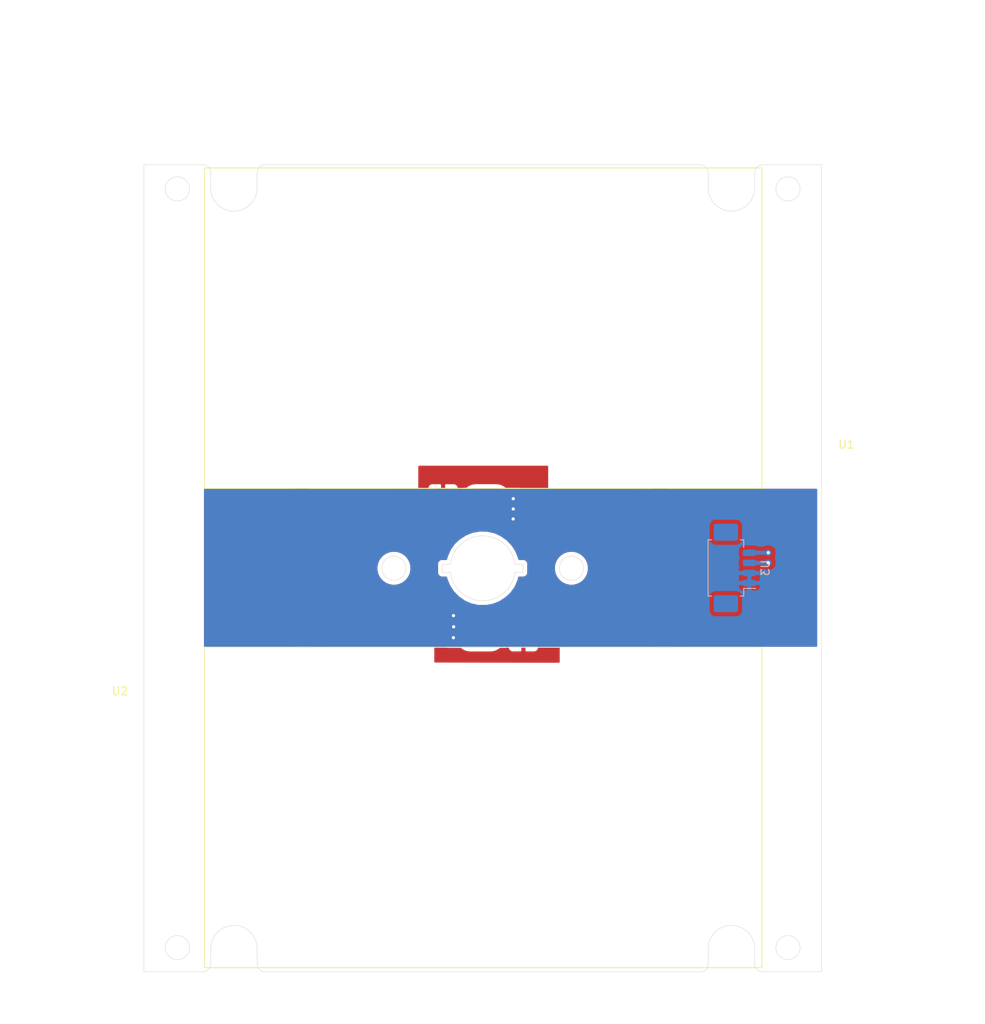
<source format=kicad_pcb>
(kicad_pcb (version 20171130) (host pcbnew "(5.1.9-0-10_14)")

  (general
    (thickness 1.6)
    (drawings 64)
    (tracks 24)
    (zones 0)
    (modules 3)
    (nets 3)
  )

  (page A4)
  (title_block
    (title "OwlSat Solar Panel (X/Y no RBF)")
    (date 2021-08-12)
    (rev 4)
    (company "SEDS Rice")
    (comment 1 "See \"OwlSat Solar Panel (X/Y with RBF)\" for PCB with RBF pin.")
    (comment 2 "See \"OwlSat Solar Panel (Z) for Z-face PCB.")
  )

  (layers
    (0 F.Cu signal)
    (31 B.Cu signal)
    (32 B.Adhes user)
    (33 F.Adhes user)
    (34 B.Paste user)
    (35 F.Paste user)
    (36 B.SilkS user)
    (37 F.SilkS user)
    (38 B.Mask user)
    (39 F.Mask user)
    (40 Dwgs.User user)
    (41 Cmts.User user)
    (42 Eco1.User user)
    (43 Eco2.User user)
    (44 Edge.Cuts user)
    (45 Margin user)
    (46 B.CrtYd user)
    (47 F.CrtYd user)
    (48 B.Fab user)
    (49 F.Fab user)
  )

  (setup
    (last_trace_width 0.25)
    (user_trace_width 0.5)
    (trace_clearance 0.2)
    (zone_clearance 0.508)
    (zone_45_only no)
    (trace_min 0.2)
    (via_size 0.8)
    (via_drill 0.4)
    (via_min_size 0.4)
    (via_min_drill 0.3)
    (uvia_size 0.3)
    (uvia_drill 0.1)
    (uvias_allowed no)
    (uvia_min_size 0.2)
    (uvia_min_drill 0.1)
    (edge_width 0.05)
    (segment_width 0.2)
    (pcb_text_width 0.3)
    (pcb_text_size 1.5 1.5)
    (mod_edge_width 0.12)
    (mod_text_size 1 1)
    (mod_text_width 0.15)
    (pad_size 1.524 1.524)
    (pad_drill 0.762)
    (pad_to_mask_clearance 0)
    (aux_axis_origin 0 0)
    (visible_elements FFFFFF7F)
    (pcbplotparams
      (layerselection 0x010fc_ffffffff)
      (usegerberextensions true)
      (usegerberattributes true)
      (usegerberadvancedattributes true)
      (creategerberjobfile true)
      (excludeedgelayer true)
      (linewidth 0.100000)
      (plotframeref false)
      (viasonmask false)
      (mode 1)
      (useauxorigin false)
      (hpglpennumber 1)
      (hpglpenspeed 20)
      (hpglpendiameter 15.000000)
      (psnegative false)
      (psa4output false)
      (plotreference true)
      (plotvalue true)
      (plotinvisibletext false)
      (padsonsilk false)
      (subtractmaskfromsilk false)
      (outputformat 1)
      (mirror false)
      (drillshape 0)
      (scaleselection 1)
      (outputdirectory "../Solar Panels/XYPanel/"))
  )

  (net 0 "")
  (net 1 "Net-(U1-Pad1)")
  (net 2 "Net-(U1-Pad2)")

  (net_class Default "This is the default net class."
    (clearance 0.2)
    (trace_width 0.25)
    (via_dia 0.8)
    (via_drill 0.4)
    (uvia_dia 0.3)
    (uvia_drill 0.1)
    (add_net "Net-(U1-Pad1)")
    (add_net "Net-(U1-Pad2)")
  )

  (module Battery:Spectrolab_XTE-SF_Solar_Cell (layer F.Cu) (tedit 60EDEB11) (tstamp 61155376)
    (at 183.23 85.01 180)
    (path /611554CA)
    (fp_text reference U1 (at -10.47 5.44) (layer F.SilkS)
      (effects (font (size 1 1) (thickness 0.15)))
    )
    (fp_text value Spectrolab_XTE-SF_Solar_Cells (at -13.44 -5.52) (layer F.Fab)
      (effects (font (size 1 1) (thickness 0.15)))
    )
    (fp_line (start 0 0) (end 69.1 0) (layer F.SilkS) (width 0.12))
    (fp_line (start 69.1 0) (end 69.1 39.7) (layer F.SilkS) (width 0.12))
    (fp_line (start 69.1 39.7) (end 0 39.7) (layer F.SilkS) (width 0.12))
    (fp_line (start 0 39.7) (end 0 0) (layer F.SilkS) (width 0.12))
    (pad 4 smd roundrect (at 57.08 -3.5 180) (size 2.6 7) (layers F.Cu F.Paste F.Mask) (roundrect_rratio 0.25)
      (net 1 "Net-(U1-Pad1)"))
    (pad 3 smd roundrect (at 39.53 -3.5 180) (size 2.6 7) (layers F.Cu F.Paste F.Mask) (roundrect_rratio 0.25)
      (net 1 "Net-(U1-Pad1)"))
    (pad 2 smd roundrect (at 34.2 -2.62 180) (size 5 5.25) (layers F.Cu F.Paste F.Mask) (roundrect_rratio 0.25)
      (net 2 "Net-(U1-Pad2)"))
    (pad 1 smd roundrect (at 12.63 -3.5 180) (size 2.6 7) (layers F.Cu F.Paste F.Mask) (roundrect_rratio 0.25)
      (net 1 "Net-(U1-Pad1)"))
  )

  (module Battery:Spectrolab_XTE-SF_Solar_Cell (layer F.Cu) (tedit 60EDEB11) (tstamp 61155382)
    (at 114.13 104.7)
    (path /6115468C)
    (fp_text reference U2 (at -10.47 5.44) (layer F.SilkS)
      (effects (font (size 1 1) (thickness 0.15)))
    )
    (fp_text value Spectrolab_XTE-SF_Solar_Cells (at -13.44 -5.52) (layer F.Fab)
      (effects (font (size 1 1) (thickness 0.15)))
    )
    (fp_line (start 0 39.7) (end 0 0) (layer F.SilkS) (width 0.12))
    (fp_line (start 69.1 39.7) (end 0 39.7) (layer F.SilkS) (width 0.12))
    (fp_line (start 69.1 0) (end 69.1 39.7) (layer F.SilkS) (width 0.12))
    (fp_line (start 0 0) (end 69.1 0) (layer F.SilkS) (width 0.12))
    (pad 1 smd roundrect (at 12.63 -3.5) (size 2.6 7) (layers F.Cu F.Paste F.Mask) (roundrect_rratio 0.25)
      (net 1 "Net-(U1-Pad1)"))
    (pad 2 smd roundrect (at 34.2 -2.62) (size 5 5.25) (layers F.Cu F.Paste F.Mask) (roundrect_rratio 0.25)
      (net 2 "Net-(U1-Pad2)"))
    (pad 3 smd roundrect (at 39.53 -3.5) (size 2.6 7) (layers F.Cu F.Paste F.Mask) (roundrect_rratio 0.25)
      (net 1 "Net-(U1-Pad1)"))
    (pad 4 smd roundrect (at 57.08 -3.5) (size 2.6 7) (layers F.Cu F.Paste F.Mask) (roundrect_rratio 0.25)
      (net 1 "Net-(U1-Pad1)"))
  )

  (module Connector_Molex:Molex_PicoBlade_53261-0471_1x04-1MP_P1.25mm_Horizontal (layer B.Cu) (tedit 5B78AD89) (tstamp 611553AB)
    (at 179.26 94.87 90)
    (descr "Molex PicoBlade series connector, 53261-0471 (http://www.molex.com/pdm_docs/sd/532610271_sd.pdf), generated with kicad-footprint-generator")
    (tags "connector Molex PicoBlade top entry")
    (path /6115C32C)
    (attr smd)
    (fp_text reference U3 (at 0 4.4 -90) (layer B.SilkS)
      (effects (font (size 1 1) (thickness 0.15)) (justify mirror))
    )
    (fp_text value PicoBlade_Connector (at 0 -3.8 -90) (layer B.Fab)
      (effects (font (size 1 1) (thickness 0.15)) (justify mirror))
    )
    (fp_line (start -3.375 1.6) (end 3.375 1.6) (layer B.Fab) (width 0.1))
    (fp_line (start -3.485 1.26) (end -3.485 1.71) (layer B.SilkS) (width 0.12))
    (fp_line (start -3.485 1.71) (end -2.535 1.71) (layer B.SilkS) (width 0.12))
    (fp_line (start -2.535 1.71) (end -2.535 3.2) (layer B.SilkS) (width 0.12))
    (fp_line (start 3.485 1.26) (end 3.485 1.71) (layer B.SilkS) (width 0.12))
    (fp_line (start 3.485 1.71) (end 2.535 1.71) (layer B.SilkS) (width 0.12))
    (fp_line (start -3.485 -2.26) (end -3.485 -2.71) (layer B.SilkS) (width 0.12))
    (fp_line (start -3.485 -2.71) (end 3.485 -2.71) (layer B.SilkS) (width 0.12))
    (fp_line (start 3.485 -2.71) (end 3.485 -2.26) (layer B.SilkS) (width 0.12))
    (fp_line (start -3.375 -2.6) (end 3.375 -2.6) (layer B.Fab) (width 0.1))
    (fp_line (start -3.375 1.6) (end -3.375 -2.6) (layer B.Fab) (width 0.1))
    (fp_line (start 3.375 1.6) (end 3.375 -2.6) (layer B.Fab) (width 0.1))
    (fp_line (start -3.375 0.6) (end -4.875 0.6) (layer B.Fab) (width 0.1))
    (fp_line (start -4.875 0.6) (end -5.075 0.4) (layer B.Fab) (width 0.1))
    (fp_line (start -5.075 0.4) (end -5.075 -1.4) (layer B.Fab) (width 0.1))
    (fp_line (start -5.075 -1.4) (end -4.875 -1.6) (layer B.Fab) (width 0.1))
    (fp_line (start -4.875 -1.6) (end -4.875 -2.2) (layer B.Fab) (width 0.1))
    (fp_line (start -4.875 -2.2) (end -3.375 -2.2) (layer B.Fab) (width 0.1))
    (fp_line (start 3.375 0.6) (end 4.875 0.6) (layer B.Fab) (width 0.1))
    (fp_line (start 4.875 0.6) (end 5.075 0.4) (layer B.Fab) (width 0.1))
    (fp_line (start 5.075 0.4) (end 5.075 -1.4) (layer B.Fab) (width 0.1))
    (fp_line (start 5.075 -1.4) (end 4.875 -1.6) (layer B.Fab) (width 0.1))
    (fp_line (start 4.875 -1.6) (end 4.875 -2.2) (layer B.Fab) (width 0.1))
    (fp_line (start 4.875 -2.2) (end 3.375 -2.2) (layer B.Fab) (width 0.1))
    (fp_line (start -5.98 3.7) (end -5.98 -3.1) (layer B.CrtYd) (width 0.05))
    (fp_line (start -5.98 -3.1) (end 5.98 -3.1) (layer B.CrtYd) (width 0.05))
    (fp_line (start 5.98 -3.1) (end 5.98 3.7) (layer B.CrtYd) (width 0.05))
    (fp_line (start 5.98 3.7) (end -5.98 3.7) (layer B.CrtYd) (width 0.05))
    (fp_line (start -2.375 1.6) (end -1.875 0.892893) (layer B.Fab) (width 0.1))
    (fp_line (start -1.875 0.892893) (end -1.375 1.6) (layer B.Fab) (width 0.1))
    (fp_text user %R (at 0 -1.9 -90) (layer B.Fab)
      (effects (font (size 1 1) (thickness 0.15)) (justify mirror))
    )
    (pad 1 smd roundrect (at -1.875 2.4 90) (size 0.8 1.6) (layers B.Cu B.Paste B.Mask) (roundrect_rratio 0.25)
      (net 2 "Net-(U1-Pad2)"))
    (pad 2 smd roundrect (at -0.625 2.4 90) (size 0.8 1.6) (layers B.Cu B.Paste B.Mask) (roundrect_rratio 0.25)
      (net 2 "Net-(U1-Pad2)"))
    (pad 3 smd roundrect (at 0.625 2.4 90) (size 0.8 1.6) (layers B.Cu B.Paste B.Mask) (roundrect_rratio 0.25)
      (net 1 "Net-(U1-Pad1)"))
    (pad 4 smd roundrect (at 1.875 2.4 90) (size 0.8 1.6) (layers B.Cu B.Paste B.Mask) (roundrect_rratio 0.25)
      (net 1 "Net-(U1-Pad1)"))
    (pad MP smd roundrect (at -4.425 -0.5 90) (size 2.1 3) (layers B.Cu B.Paste B.Mask) (roundrect_rratio 0.1190471428571429))
    (pad MP smd roundrect (at 4.425 -0.5 90) (size 2.1 3) (layers B.Cu B.Paste B.Mask) (roundrect_rratio 0.1190471428571429))
    (model ${KISYS3DMOD}/Connector_Molex.3dshapes/Molex_PicoBlade_53261-0471_1x04-1MP_P1.25mm_Horizontal.wrl
      (at (xyz 0 0 0))
      (scale (xyz 1 1 1))
      (rotate (xyz 0 0 0))
    )
  )

  (gr_arc (start 148.61 94.91) (end 144.610001 95.409999) (angle -165.7499673) (layer Edge.Cuts) (width 0.05))
  (gr_line (start 143.61 95.41) (end 144.61 95.41) (layer Edge.Cuts) (width 0.05))
  (gr_line (start 143.61 94.41) (end 143.61 95.41) (layer Edge.Cuts) (width 0.05))
  (gr_line (start 144.610001 94.409999) (end 143.61 94.41) (layer Edge.Cuts) (width 0.05))
  (gr_arc (start 148.61 94.92) (end 152.609999 94.410001) (angle -165.4679831) (layer Edge.Cuts) (width 0.05))
  (gr_line (start 153.61 95.41) (end 152.61 95.41) (layer Edge.Cuts) (width 0.05))
  (gr_line (start 153.61 94.41) (end 152.61 94.41) (layer Edge.Cuts) (width 0.05))
  (gr_line (start 153.61 94.41) (end 153.61 95.41) (layer Edge.Cuts) (width 0.05))
  (dimension 5 (width 0.15) (layer Dwgs.User)
    (gr_text "5.000 mm" (at 151.11 93.11) (layer Dwgs.User)
      (effects (font (size 1 1) (thickness 0.15)))
    )
    (feature1 (pts (xy 153.61 94.91) (xy 153.61 93.823579)))
    (feature2 (pts (xy 148.61 94.91) (xy 148.61 93.823579)))
    (crossbar (pts (xy 148.61 94.41) (xy 153.61 94.41)))
    (arrow1a (pts (xy 153.61 94.41) (xy 152.483496 94.996421)))
    (arrow1b (pts (xy 153.61 94.41) (xy 152.483496 93.823579)))
    (arrow2a (pts (xy 148.61 94.41) (xy 149.736504 94.996421)))
    (arrow2b (pts (xy 148.61 94.41) (xy 149.736504 93.823579)))
  )
  (gr_circle (center 137.61 94.91) (end 139.11 94.91) (layer Edge.Cuts) (width 0.05))
  (gr_circle (center 159.61 94.91) (end 161.11 94.91) (layer Edge.Cuts) (width 0.05))
  (dimension 31 (width 0.15) (layer Dwgs.User)
    (gr_text "31.000 mm" (at 175.11 93.61) (layer Dwgs.User)
      (effects (font (size 1 1) (thickness 0.15)))
    )
    (feature1 (pts (xy 159.61 94.91) (xy 159.61 94.323579)))
    (feature2 (pts (xy 190.61 94.91) (xy 190.61 94.323579)))
    (crossbar (pts (xy 190.61 94.91) (xy 159.61 94.91)))
    (arrow1a (pts (xy 159.61 94.91) (xy 160.736504 94.323579)))
    (arrow1b (pts (xy 159.61 94.91) (xy 160.736504 95.496421)))
    (arrow2a (pts (xy 190.61 94.91) (xy 189.483496 94.323579)))
    (arrow2b (pts (xy 190.61 94.91) (xy 189.483496 95.496421)))
  )
  (dimension 31 (width 0.15) (layer Dwgs.User)
    (gr_text "31.000 mm" (at 122.11 96.21) (layer Dwgs.User)
      (effects (font (size 1 1) (thickness 0.15)))
    )
    (feature1 (pts (xy 137.61 94.91) (xy 137.61 95.496421)))
    (feature2 (pts (xy 106.61 94.91) (xy 106.61 95.496421)))
    (crossbar (pts (xy 106.61 94.91) (xy 137.61 94.91)))
    (arrow1a (pts (xy 137.61 94.91) (xy 136.483496 95.496421)))
    (arrow1b (pts (xy 137.61 94.91) (xy 136.483496 94.323579)))
    (arrow2a (pts (xy 106.61 94.91) (xy 107.736504 95.496421)))
    (arrow2b (pts (xy 106.61 94.91) (xy 107.736504 94.323579)))
  )
  (gr_line (start 121.65 44.91) (end 175.57 44.91) (layer Edge.Cuts) (width 0.05) (tstamp 619A7A27))
  (gr_line (start 106.61 44.91) (end 113.9 44.91) (layer Edge.Cuts) (width 0.05) (tstamp 619A7A1A))
  (gr_line (start 183.32 44.91) (end 190.61 44.91) (layer Edge.Cuts) (width 0.05) (tstamp 619A7A0D))
  (gr_line (start 176.56 47.79) (end 176.57 45.91) (layer Edge.Cuts) (width 0.05) (tstamp 619A78C1))
  (gr_arc (start 175.57 45.91) (end 176.57 45.91) (angle -90) (layer Edge.Cuts) (width 0.05) (tstamp 619A78C0))
  (gr_arc (start 179.44 47.79) (end 176.56 47.79) (angle -180) (layer Edge.Cuts) (width 0.05) (tstamp 619A78BF))
  (gr_line (start 182.32 45.91) (end 182.32 47.79) (layer Edge.Cuts) (width 0.05) (tstamp 619A78BE))
  (gr_arc (start 183.32 45.91) (end 183.32 44.91) (angle -90) (layer Edge.Cuts) (width 0.05) (tstamp 619A78BD))
  (gr_line (start 114.89 47.79) (end 114.9 45.91) (layer Edge.Cuts) (width 0.05) (tstamp 619A78C1))
  (gr_arc (start 113.9 45.91) (end 114.9 45.91) (angle -90) (layer Edge.Cuts) (width 0.05) (tstamp 619A78C0))
  (gr_arc (start 117.77 47.79) (end 114.89 47.79) (angle -180) (layer Edge.Cuts) (width 0.05) (tstamp 619A78BF))
  (gr_line (start 120.65 45.91) (end 120.65 47.79) (layer Edge.Cuts) (width 0.05) (tstamp 619A78BE))
  (gr_arc (start 121.65 45.91) (end 121.65 44.91) (angle -90) (layer Edge.Cuts) (width 0.05) (tstamp 619A78BD))
  (gr_line (start 113.9 144.91) (end 106.61 144.91) (layer Edge.Cuts) (width 0.05) (tstamp 619A791E))
  (gr_line (start 175.57 144.91) (end 121.65 144.91) (layer Edge.Cuts) (width 0.05) (tstamp 619A7913))
  (gr_line (start 190.61 144.91) (end 183.32 144.91) (layer Edge.Cuts) (width 0.05))
  (gr_line (start 182.33 142.03) (end 182.32 143.91) (layer Edge.Cuts) (width 0.05) (tstamp 619A77F3))
  (gr_arc (start 183.32 143.91) (end 182.32 143.91) (angle -90) (layer Edge.Cuts) (width 0.05) (tstamp 619A77F2))
  (gr_arc (start 179.45 142.03) (end 182.33 142.03) (angle -180) (layer Edge.Cuts) (width 0.05) (tstamp 619A77F1))
  (gr_arc (start 175.57 143.91) (end 175.57 144.91) (angle -90) (layer Edge.Cuts) (width 0.05) (tstamp 619A77EC))
  (gr_line (start 176.57 143.91) (end 176.57 142.03) (layer Edge.Cuts) (width 0.05) (tstamp 619A77E7))
  (gr_line (start 114.9 143.91) (end 114.9 142.03) (layer Edge.Cuts) (width 0.05) (tstamp 619A760D))
  (gr_line (start 120.66 142.03) (end 120.65 143.91) (layer Edge.Cuts) (width 0.05) (tstamp 619A7605))
  (gr_arc (start 121.65 143.91) (end 120.65 143.91) (angle -90) (layer Edge.Cuts) (width 0.05))
  (dimension 1 (width 0.15) (layer Dwgs.User)
    (gr_text "1.000 mm" (at 121.15 142.61) (layer Dwgs.User)
      (effects (font (size 1 1) (thickness 0.15)))
    )
    (feature1 (pts (xy 121.65 144.91) (xy 121.65 143.323579)))
    (feature2 (pts (xy 120.65 144.91) (xy 120.65 143.323579)))
    (crossbar (pts (xy 120.65 143.91) (xy 121.65 143.91)))
    (arrow1a (pts (xy 121.65 143.91) (xy 120.523496 144.496421)))
    (arrow1b (pts (xy 121.65 143.91) (xy 120.523496 143.323579)))
    (arrow2a (pts (xy 120.65 143.91) (xy 121.776504 144.496421)))
    (arrow2b (pts (xy 120.65 143.91) (xy 121.776504 143.323579)))
  )
  (gr_arc (start 113.9 143.91) (end 113.9 144.91) (angle -90) (layer Edge.Cuts) (width 0.05))
  (dimension 1 (width 0.15) (layer Dwgs.User)
    (gr_text "1.000 mm" (at 114.4 142.61) (layer Dwgs.User)
      (effects (font (size 1 1) (thickness 0.15)))
    )
    (feature1 (pts (xy 113.9 144.91) (xy 113.9 143.323579)))
    (feature2 (pts (xy 114.9 144.91) (xy 114.9 143.323579)))
    (crossbar (pts (xy 114.9 143.91) (xy 113.9 143.91)))
    (arrow1a (pts (xy 113.9 143.91) (xy 115.026504 143.323579)))
    (arrow1b (pts (xy 113.9 143.91) (xy 115.026504 144.496421)))
    (arrow2a (pts (xy 114.9 143.91) (xy 113.773496 143.323579)))
    (arrow2b (pts (xy 114.9 143.91) (xy 113.773496 144.496421)))
  )
  (gr_arc (start 117.78 142.03) (end 120.66 142.03) (angle -180) (layer Edge.Cuts) (width 0.05))
  (dimension 2.88 (width 0.15) (layer Dwgs.User)
    (gr_text "2.880 mm" (at 119.08 143.47 90) (layer Dwgs.User)
      (effects (font (size 1 1) (thickness 0.15)))
    )
    (feature1 (pts (xy 117.78 142.03) (xy 118.366421 142.03)))
    (feature2 (pts (xy 117.78 144.91) (xy 118.366421 144.91)))
    (crossbar (pts (xy 117.78 144.91) (xy 117.78 142.03)))
    (arrow1a (pts (xy 117.78 142.03) (xy 118.366421 143.156504)))
    (arrow1b (pts (xy 117.78 142.03) (xy 117.193579 143.156504)))
    (arrow2a (pts (xy 117.78 144.91) (xy 118.366421 143.783496)))
    (arrow2b (pts (xy 117.78 144.91) (xy 117.193579 143.783496)))
  )
  (dimension 14.04 (width 0.15) (layer Dwgs.User)
    (gr_text "14.040 mm" (at 183.59 38.87) (layer Dwgs.User)
      (effects (font (size 1 1) (thickness 0.15)))
    )
    (feature1 (pts (xy 176.57 44.91) (xy 176.57 39.583579)))
    (feature2 (pts (xy 190.61 44.91) (xy 190.61 39.583579)))
    (crossbar (pts (xy 190.61 40.17) (xy 176.57 40.17)))
    (arrow1a (pts (xy 176.57 40.17) (xy 177.696504 39.583579)))
    (arrow1b (pts (xy 176.57 40.17) (xy 177.696504 40.756421)))
    (arrow2a (pts (xy 190.61 40.17) (xy 189.483496 39.583579)))
    (arrow2b (pts (xy 190.61 40.17) (xy 189.483496 40.756421)))
  )
  (dimension 8.29 (width 0.15) (layer Dwgs.User)
    (gr_text "8.290 mm" (at 186.465 42.13) (layer Dwgs.User)
      (effects (font (size 1 1) (thickness 0.15)))
    )
    (feature1 (pts (xy 182.32 44.91) (xy 182.32 42.843579)))
    (feature2 (pts (xy 190.61 44.91) (xy 190.61 42.843579)))
    (crossbar (pts (xy 190.61 43.43) (xy 182.32 43.43)))
    (arrow1a (pts (xy 182.32 43.43) (xy 183.446504 42.843579)))
    (arrow1b (pts (xy 182.32 43.43) (xy 183.446504 44.016421)))
    (arrow2a (pts (xy 190.61 43.43) (xy 189.483496 42.843579)))
    (arrow2b (pts (xy 190.61 43.43) (xy 189.483496 44.016421)))
  )
  (dimension 14.04 (width 0.15) (layer Dwgs.User)
    (gr_text "14.040 mm" (at 113.63 38.46) (layer Dwgs.User)
      (effects (font (size 1 1) (thickness 0.15)))
    )
    (feature1 (pts (xy 120.65 44.91) (xy 120.65 39.173579)))
    (feature2 (pts (xy 106.61 44.91) (xy 106.61 39.173579)))
    (crossbar (pts (xy 106.61 39.76) (xy 120.65 39.76)))
    (arrow1a (pts (xy 120.65 39.76) (xy 119.523496 40.346421)))
    (arrow1b (pts (xy 120.65 39.76) (xy 119.523496 39.173579)))
    (arrow2a (pts (xy 106.61 39.76) (xy 107.736504 40.346421)))
    (arrow2b (pts (xy 106.61 39.76) (xy 107.736504 39.173579)))
  )
  (dimension 8.29 (width 0.15) (layer Dwgs.User)
    (gr_text "8.290 mm" (at 110.755 41.52) (layer Dwgs.User)
      (effects (font (size 1 1) (thickness 0.15)))
    )
    (feature1 (pts (xy 114.9 44.91) (xy 114.9 42.233579)))
    (feature2 (pts (xy 106.61 44.91) (xy 106.61 42.233579)))
    (crossbar (pts (xy 106.61 42.82) (xy 114.9 42.82)))
    (arrow1a (pts (xy 114.9 42.82) (xy 113.773496 43.406421)))
    (arrow1b (pts (xy 114.9 42.82) (xy 113.773496 42.233579)))
    (arrow2a (pts (xy 106.61 42.82) (xy 107.736504 43.406421)))
    (arrow2b (pts (xy 106.61 42.82) (xy 107.736504 42.233579)))
  )
  (dimension 14.04 (width 0.15) (layer Dwgs.User)
    (gr_text "14.040 mm" (at 183.59 152.01) (layer Dwgs.User)
      (effects (font (size 1 1) (thickness 0.15)))
    )
    (feature1 (pts (xy 176.57 144.91) (xy 176.57 151.296421)))
    (feature2 (pts (xy 190.61 144.91) (xy 190.61 151.296421)))
    (crossbar (pts (xy 190.61 150.71) (xy 176.57 150.71)))
    (arrow1a (pts (xy 176.57 150.71) (xy 177.696504 150.123579)))
    (arrow1b (pts (xy 176.57 150.71) (xy 177.696504 151.296421)))
    (arrow2a (pts (xy 190.61 150.71) (xy 189.483496 150.123579)))
    (arrow2b (pts (xy 190.61 150.71) (xy 189.483496 151.296421)))
  )
  (dimension 8.29 (width 0.15) (layer Dwgs.User)
    (gr_text "8.290 mm" (at 186.465 148.72) (layer Dwgs.User)
      (effects (font (size 1 1) (thickness 0.15)))
    )
    (feature1 (pts (xy 182.32 144.91) (xy 182.32 148.006421)))
    (feature2 (pts (xy 190.61 144.91) (xy 190.61 148.006421)))
    (crossbar (pts (xy 190.61 147.42) (xy 182.32 147.42)))
    (arrow1a (pts (xy 182.32 147.42) (xy 183.446504 146.833579)))
    (arrow1b (pts (xy 182.32 147.42) (xy 183.446504 148.006421)))
    (arrow2a (pts (xy 190.61 147.42) (xy 189.483496 146.833579)))
    (arrow2b (pts (xy 190.61 147.42) (xy 189.483496 148.006421)))
  )
  (dimension 14.04 (width 0.15) (layer Dwgs.User)
    (gr_text "14.040 mm" (at 113.63 151.88) (layer Dwgs.User)
      (effects (font (size 1 1) (thickness 0.15)))
    )
    (feature1 (pts (xy 120.65 144.91) (xy 120.65 151.166421)))
    (feature2 (pts (xy 106.61 144.91) (xy 106.61 151.166421)))
    (crossbar (pts (xy 106.61 150.58) (xy 120.65 150.58)))
    (arrow1a (pts (xy 120.65 150.58) (xy 119.523496 151.166421)))
    (arrow1b (pts (xy 120.65 150.58) (xy 119.523496 149.993579)))
    (arrow2a (pts (xy 106.61 150.58) (xy 107.736504 151.166421)))
    (arrow2b (pts (xy 106.61 150.58) (xy 107.736504 149.993579)))
  )
  (dimension 8.29 (width 0.15) (layer Dwgs.User)
    (gr_text "8.290 mm" (at 110.755 148.35) (layer Dwgs.User)
      (effects (font (size 1 1) (thickness 0.15)))
    )
    (feature1 (pts (xy 114.9 144.91) (xy 114.9 147.636421)))
    (feature2 (pts (xy 106.61 144.91) (xy 106.61 147.636421)))
    (crossbar (pts (xy 106.61 147.05) (xy 114.9 147.05)))
    (arrow1a (pts (xy 114.9 147.05) (xy 113.773496 147.636421)))
    (arrow1b (pts (xy 114.9 147.05) (xy 113.773496 146.463579)))
    (arrow2a (pts (xy 106.61 147.05) (xy 107.736504 147.636421)))
    (arrow2b (pts (xy 106.61 147.05) (xy 107.736504 146.463579)))
  )
  (gr_circle (center 186.45 141.91) (end 187.95 141.91) (layer Edge.Cuts) (width 0.05))
  (gr_circle (center 186.45 47.91) (end 187.95 47.91) (layer Edge.Cuts) (width 0.05))
  (gr_circle (center 110.77 47.91) (end 112.27 47.91) (layer Edge.Cuts) (width 0.05))
  (gr_circle (center 110.77 141.91) (end 112.27 141.89) (layer Edge.Cuts) (width 0.05))
  (dimension 4.16 (width 0.15) (layer Dwgs.User)
    (gr_text "4.160 mm" (at 188.53 30.07) (layer Dwgs.User)
      (effects (font (size 1 1) (thickness 0.15)))
    )
    (feature1 (pts (xy 186.45 144.91) (xy 186.45 30.783579)))
    (feature2 (pts (xy 190.61 144.91) (xy 190.61 30.783579)))
    (crossbar (pts (xy 190.61 31.37) (xy 186.45 31.37)))
    (arrow1a (pts (xy 186.45 31.37) (xy 187.576504 30.783579)))
    (arrow1b (pts (xy 186.45 31.37) (xy 187.576504 31.956421)))
    (arrow2a (pts (xy 190.61 31.37) (xy 189.483496 30.783579)))
    (arrow2b (pts (xy 190.61 31.37) (xy 189.483496 31.956421)))
  )
  (dimension 4.16 (width 0.15) (layer Dwgs.User)
    (gr_text "4.160 mm" (at 108.69 32.98) (layer Dwgs.User)
      (effects (font (size 1 1) (thickness 0.15)))
    )
    (feature1 (pts (xy 110.77 144.91) (xy 110.77 33.693579)))
    (feature2 (pts (xy 106.61 144.91) (xy 106.61 33.693579)))
    (crossbar (pts (xy 106.61 34.28) (xy 110.77 34.28)))
    (arrow1a (pts (xy 110.77 34.28) (xy 109.643496 34.866421)))
    (arrow1b (pts (xy 110.77 34.28) (xy 109.643496 33.693579)))
    (arrow2a (pts (xy 106.61 34.28) (xy 107.736504 34.866421)))
    (arrow2b (pts (xy 106.61 34.28) (xy 107.736504 33.693579)))
  )
  (dimension 42 (width 0.15) (layer Dwgs.User)
    (gr_text "42.000 mm" (at 127.61 146.67) (layer Dwgs.User)
      (effects (font (size 1 1) (thickness 0.15)))
    )
    (feature1 (pts (xy 148.61 24.58) (xy 148.61 145.956421)))
    (feature2 (pts (xy 106.61 24.58) (xy 106.61 145.956421)))
    (crossbar (pts (xy 106.61 145.37) (xy 148.61 145.37)))
    (arrow1a (pts (xy 148.61 145.37) (xy 147.483496 145.956421)))
    (arrow1b (pts (xy 148.61 145.37) (xy 147.483496 144.783579)))
    (arrow2a (pts (xy 106.61 145.37) (xy 107.736504 145.956421)))
    (arrow2b (pts (xy 106.61 145.37) (xy 107.736504 144.783579)))
  )
  (dimension 50 (width 0.15) (layer Dwgs.User)
    (gr_text "50.000 mm" (at 209.52 69.91 270) (layer Dwgs.User)
      (effects (font (size 1 1) (thickness 0.15)))
    )
    (feature1 (pts (xy 106.61 94.91) (xy 208.806421 94.91)))
    (feature2 (pts (xy 106.61 44.91) (xy 208.806421 44.91)))
    (crossbar (pts (xy 208.22 44.91) (xy 208.22 94.91)))
    (arrow1a (pts (xy 208.22 94.91) (xy 207.633579 93.783496)))
    (arrow1b (pts (xy 208.22 94.91) (xy 208.806421 93.783496)))
    (arrow2a (pts (xy 208.22 44.91) (xy 207.633579 46.036504)))
    (arrow2b (pts (xy 208.22 44.91) (xy 208.806421 46.036504)))
  )
  (dimension 3 (width 0.15) (layer Dwgs.User)
    (gr_text "3.000 mm" (at 195.58 143.41 90) (layer Dwgs.User)
      (effects (font (size 1 1) (thickness 0.15)))
    )
    (feature1 (pts (xy 190.61 141.91) (xy 194.866421 141.91)))
    (feature2 (pts (xy 190.61 144.91) (xy 194.866421 144.91)))
    (crossbar (pts (xy 194.28 144.91) (xy 194.28 141.91)))
    (arrow1a (pts (xy 194.28 141.91) (xy 194.866421 143.036504)))
    (arrow1b (pts (xy 194.28 141.91) (xy 193.693579 143.036504)))
    (arrow2a (pts (xy 194.28 144.91) (xy 194.866421 143.783496)))
    (arrow2b (pts (xy 194.28 144.91) (xy 193.693579 143.783496)))
  )
  (dimension 3 (width 0.15) (layer Dwgs.User)
    (gr_text "3.000 mm" (at 103.21 143.41 90) (layer Dwgs.User)
      (effects (font (size 1 1) (thickness 0.15)))
    )
    (feature1 (pts (xy 106.61 141.91) (xy 103.923579 141.91)))
    (feature2 (pts (xy 106.61 144.91) (xy 103.923579 144.91)))
    (crossbar (pts (xy 104.51 144.91) (xy 104.51 141.91)))
    (arrow1a (pts (xy 104.51 141.91) (xy 105.096421 143.036504)))
    (arrow1b (pts (xy 104.51 141.91) (xy 103.923579 143.036504)))
    (arrow2a (pts (xy 104.51 144.91) (xy 105.096421 143.783496)))
    (arrow2b (pts (xy 104.51 144.91) (xy 103.923579 143.783496)))
  )
  (dimension 3 (width 0.15) (layer Dwgs.User)
    (gr_text "3.000 mm" (at 194.06 46.41 270) (layer Dwgs.User)
      (effects (font (size 1 1) (thickness 0.15)))
    )
    (feature1 (pts (xy 190.61 47.91) (xy 193.346421 47.91)))
    (feature2 (pts (xy 190.61 44.91) (xy 193.346421 44.91)))
    (crossbar (pts (xy 192.76 44.91) (xy 192.76 47.91)))
    (arrow1a (pts (xy 192.76 47.91) (xy 192.173579 46.783496)))
    (arrow1b (pts (xy 192.76 47.91) (xy 193.346421 46.783496)))
    (arrow2a (pts (xy 192.76 44.91) (xy 192.173579 46.036504)))
    (arrow2b (pts (xy 192.76 44.91) (xy 193.346421 46.036504)))
  )
  (dimension 3 (width 0.15) (layer Dwgs.User)
    (gr_text "3.000 mm" (at 101.37 46.41 270) (layer Dwgs.User)
      (effects (font (size 1 1) (thickness 0.15)))
    )
    (feature1 (pts (xy 106.61 47.91) (xy 102.083579 47.91)))
    (feature2 (pts (xy 106.61 44.91) (xy 102.083579 44.91)))
    (crossbar (pts (xy 102.67 44.91) (xy 102.67 47.91)))
    (arrow1a (pts (xy 102.67 47.91) (xy 102.083579 46.783496)))
    (arrow1b (pts (xy 102.67 47.91) (xy 103.256421 46.783496)))
    (arrow2a (pts (xy 102.67 44.91) (xy 102.083579 46.036504)))
    (arrow2b (pts (xy 102.67 44.91) (xy 103.256421 46.036504)))
  )
  (gr_line (start 106.61 144.91) (end 106.61 44.91) (layer Edge.Cuts) (width 0.05) (tstamp 61155489))
  (gr_line (start 190.61 44.91) (end 190.61 144.91) (layer Edge.Cuts) (width 0.05))

  (via (at 184.01 92.98) (size 0.8) (drill 0.4) (layers F.Cu B.Cu) (net 1))
  (via (at 184.02 94.23) (size 0.8) (drill 0.4) (layers F.Cu B.Cu) (net 1))
  (segment (start 181.675 92.98) (end 181.66 92.995) (width 0.5) (layer B.Cu) (net 1))
  (segment (start 184.01 92.98) (end 181.675 92.98) (width 0.5) (layer B.Cu) (net 1))
  (segment (start 181.675 94.23) (end 181.66 94.245) (width 0.5) (layer B.Cu) (net 1))
  (segment (start 184.02 94.23) (end 181.675 94.23) (width 0.5) (layer B.Cu) (net 1))
  (via (at 152.39 88.8) (size 0.8) (drill 0.4) (layers F.Cu B.Cu) (net 2))
  (via (at 152.4 87.56) (size 0.8) (drill 0.4) (layers F.Cu B.Cu) (net 2))
  (via (at 152.4 86.29) (size 0.8) (drill 0.4) (layers F.Cu B.Cu) (net 2))
  (via (at 144.99 100.78) (size 0.8) (drill 0.4) (layers F.Cu B.Cu) (net 2))
  (via (at 145.01 102.16) (size 0.8) (drill 0.4) (layers F.Cu B.Cu) (net 2))
  (via (at 144.98 103.51) (size 0.8) (drill 0.4) (layers F.Cu B.Cu) (net 2))
  (segment (start 147.03 100.78) (end 148.33 102.08) (width 0.5) (layer F.Cu) (net 2))
  (segment (start 144.99 100.78) (end 147.03 100.78) (width 0.5) (layer F.Cu) (net 2))
  (segment (start 148.25 102.16) (end 148.33 102.08) (width 0.5) (layer F.Cu) (net 2))
  (segment (start 145.01 102.16) (end 148.25 102.16) (width 0.5) (layer F.Cu) (net 2))
  (segment (start 146.9 103.51) (end 148.33 102.08) (width 0.5) (layer F.Cu) (net 2))
  (segment (start 144.98 103.51) (end 146.9 103.51) (width 0.5) (layer F.Cu) (net 2))
  (segment (start 150.37 86.29) (end 149.03 87.63) (width 0.5) (layer F.Cu) (net 2))
  (segment (start 152.4 86.29) (end 150.37 86.29) (width 0.5) (layer F.Cu) (net 2))
  (segment (start 149.1 87.56) (end 149.03 87.63) (width 0.5) (layer F.Cu) (net 2))
  (segment (start 152.4 87.56) (end 149.1 87.56) (width 0.5) (layer F.Cu) (net 2))
  (segment (start 150.2 88.8) (end 149.03 87.63) (width 0.5) (layer F.Cu) (net 2))
  (segment (start 152.39 88.8) (end 150.2 88.8) (width 0.5) (layer F.Cu) (net 2))

  (zone (net 0) (net_name "") (layer F.Cu) (tstamp 0) (hatch edge 0.508)
    (connect_pads (clearance 0.508))
    (min_thickness 0.254)
    (keepout (tracks allowed) (vias allowed) (copperpour not_allowed))
    (fill (arc_segments 32) (thermal_gap 0.508) (thermal_bridge_width 0.508))
    (polygon
      (pts
        (xy 151.5 104.77) (xy 144.19 104.77) (xy 144.19 99) (xy 151.5 99)
      )
    )
  )
  (zone (net 0) (net_name "") (layer F.Cu) (tstamp 0) (hatch edge 0.508)
    (connect_pads (clearance 0.508))
    (min_thickness 0.254)
    (keepout (tracks allowed) (vias allowed) (copperpour not_allowed))
    (fill (arc_segments 32) (thermal_gap 0.508) (thermal_bridge_width 0.508))
    (polygon
      (pts
        (xy 153.14 90.49) (xy 146.21 90.49) (xy 146.21 84.94) (xy 153.14 84.94)
      )
    )
  )
  (zone (net 0) (net_name "") (layer B.Cu) (tstamp 0) (hatch edge 0.508)
    (connect_pads (clearance 0.508))
    (min_thickness 0.254)
    (keepout (tracks allowed) (vias allowed) (copperpour not_allowed))
    (fill (arc_segments 32) (thermal_gap 0.508) (thermal_bridge_width 0.508))
    (polygon
      (pts
        (xy 184.85 94.75) (xy 180.78 94.75) (xy 180.78 92.4) (xy 184.85 92.4)
      )
    )
  )
  (zone (net 1) (net_name "Net-(U1-Pad1)") (layer F.Cu) (tstamp 62101A9F) (hatch edge 0.508)
    (connect_pads (clearance 0.508))
    (min_thickness 0.254)
    (fill yes (arc_segments 32) (thermal_gap 0.508) (thermal_bridge_width 0.508))
    (polygon
      (pts
        (xy 190.58 104.64) (xy 114.07 104.64) (xy 114.07 85.07) (xy 190.58 85.06)
      )
    )
    (filled_polygon
      (pts
        (xy 189.950001 104.513) (xy 173.147893 104.513) (xy 173.145 101.48575) (xy 172.98625 101.327) (xy 171.337 101.327)
        (xy 171.337 101.347) (xy 171.083 101.347) (xy 171.083 101.327) (xy 169.43375 101.327) (xy 169.275 101.48575)
        (xy 169.272107 104.513) (xy 155.597893 104.513) (xy 155.595 101.48575) (xy 155.43625 101.327) (xy 153.787 101.327)
        (xy 153.787 101.347) (xy 153.533 101.347) (xy 153.533 101.327) (xy 151.88375 101.327) (xy 151.725 101.48575)
        (xy 151.722107 104.513) (xy 151.627 104.513) (xy 151.627 99) (xy 151.62456 98.975224) (xy 151.617333 98.951399)
        (xy 151.605597 98.929443) (xy 151.589803 98.910197) (xy 151.570557 98.894403) (xy 151.548601 98.882667) (xy 151.524776 98.87544)
        (xy 151.5 98.873) (xy 151.084429 98.873) (xy 151.450338 98.640115) (xy 151.497414 98.603236) (xy 151.545028 98.566997)
        (xy 151.551738 98.56068) (xy 151.722595 98.397549) (xy 151.725 100.91425) (xy 151.88375 101.073) (xy 153.533 101.073)
        (xy 153.533 97.22375) (xy 153.787 97.22375) (xy 153.787 101.073) (xy 155.43625 101.073) (xy 155.595 100.91425)
        (xy 155.598072 97.7) (xy 169.271928 97.7) (xy 169.275 100.91425) (xy 169.43375 101.073) (xy 171.083 101.073)
        (xy 171.083 97.22375) (xy 171.337 97.22375) (xy 171.337 101.073) (xy 172.98625 101.073) (xy 173.145 100.91425)
        (xy 173.148072 97.7) (xy 173.135812 97.575518) (xy 173.099502 97.45582) (xy 173.040537 97.345506) (xy 172.961185 97.248815)
        (xy 172.864494 97.169463) (xy 172.75418 97.110498) (xy 172.634482 97.074188) (xy 172.51 97.061928) (xy 171.49575 97.065)
        (xy 171.337 97.22375) (xy 171.083 97.22375) (xy 170.92425 97.065) (xy 169.91 97.061928) (xy 169.785518 97.074188)
        (xy 169.66582 97.110498) (xy 169.555506 97.169463) (xy 169.458815 97.248815) (xy 169.379463 97.345506) (xy 169.320498 97.45582)
        (xy 169.284188 97.575518) (xy 169.271928 97.7) (xy 155.598072 97.7) (xy 155.585812 97.575518) (xy 155.549502 97.45582)
        (xy 155.490537 97.345506) (xy 155.411185 97.248815) (xy 155.314494 97.169463) (xy 155.20418 97.110498) (xy 155.084482 97.074188)
        (xy 154.96 97.061928) (xy 153.94575 97.065) (xy 153.787 97.22375) (xy 153.533 97.22375) (xy 153.37425 97.065)
        (xy 152.765773 97.063157) (xy 153.039993 96.445073) (xy 153.058797 96.388296) (xy 153.078399 96.331771) (xy 153.080491 96.322796)
        (xy 153.137577 96.07) (xy 153.577581 96.07) (xy 153.61 96.073193) (xy 153.642419 96.07) (xy 153.739383 96.06045)
        (xy 153.863793 96.02271) (xy 153.97845 95.961425) (xy 154.078948 95.878948) (xy 154.161425 95.77845) (xy 154.22271 95.663793)
        (xy 154.26045 95.539383) (xy 154.273193 95.41) (xy 154.27 95.377581) (xy 154.27 94.696323) (xy 157.440497 94.696323)
        (xy 157.440497 95.123677) (xy 157.52387 95.542821) (xy 157.687412 95.937645) (xy 157.924837 96.292977) (xy 158.227023 96.595163)
        (xy 158.582355 96.832588) (xy 158.977179 96.99613) (xy 159.396323 97.079503) (xy 159.823677 97.079503) (xy 160.242821 96.99613)
        (xy 160.637645 96.832588) (xy 160.992977 96.595163) (xy 161.295163 96.292977) (xy 161.532588 95.937645) (xy 161.69613 95.542821)
        (xy 161.779503 95.123677) (xy 161.779503 94.696323) (xy 161.69613 94.277179) (xy 161.532588 93.882355) (xy 161.295163 93.527023)
        (xy 160.992977 93.224837) (xy 160.637645 92.987412) (xy 160.242821 92.82387) (xy 159.823677 92.740497) (xy 159.396323 92.740497)
        (xy 158.977179 92.82387) (xy 158.582355 92.987412) (xy 158.227023 93.224837) (xy 157.924837 93.527023) (xy 157.687412 93.882355)
        (xy 157.52387 94.277179) (xy 157.440497 94.696323) (xy 154.27 94.696323) (xy 154.27 94.442419) (xy 154.273193 94.41)
        (xy 154.26045 94.280617) (xy 154.22271 94.156207) (xy 154.161425 94.04155) (xy 154.078948 93.941052) (xy 153.97845 93.858575)
        (xy 153.863793 93.79729) (xy 153.739383 93.75955) (xy 153.642419 93.75) (xy 153.61 93.746807) (xy 153.577581 93.75)
        (xy 153.148282 93.75) (xy 153.133971 93.680282) (xy 153.118431 93.630081) (xy 153.104706 93.579334) (xy 153.101383 93.570738)
        (xy 152.812519 92.838686) (xy 152.78523 92.785438) (xy 152.758701 92.731839) (xy 152.753772 92.724053) (xy 152.328219 92.062051)
        (xy 152.291129 92.015144) (xy 152.287178 92.01) (xy 168.661928 92.01) (xy 168.674188 92.134482) (xy 168.710498 92.25418)
        (xy 168.769463 92.364494) (xy 168.848815 92.461185) (xy 168.945506 92.540537) (xy 169.05582 92.599502) (xy 169.175518 92.635812)
        (xy 169.3 92.648072) (xy 170.31425 92.645) (xy 170.473 92.48625) (xy 170.473 88.637) (xy 170.727 88.637)
        (xy 170.727 92.48625) (xy 170.88575 92.645) (xy 171.9 92.648072) (xy 172.024482 92.635812) (xy 172.14418 92.599502)
        (xy 172.254494 92.540537) (xy 172.351185 92.461185) (xy 172.430537 92.364494) (xy 172.489502 92.25418) (xy 172.525812 92.134482)
        (xy 172.538072 92.01) (xy 172.535 88.79575) (xy 172.37625 88.637) (xy 170.727 88.637) (xy 170.473 88.637)
        (xy 168.82375 88.637) (xy 168.665 88.79575) (xy 168.661928 92.01) (xy 152.287178 92.01) (xy 152.254674 91.967693)
        (xy 152.248327 91.961012) (xy 151.702296 91.394274) (xy 151.656769 91.355438) (xy 151.611822 91.315997) (xy 151.604298 91.310677)
        (xy 150.958586 90.860791) (xy 150.906413 90.831553) (xy 150.854632 90.801578) (xy 150.846217 90.79782) (xy 150.8448 90.797199)
        (xy 151.002534 90.749351) (xy 151.250145 90.617) (xy 153.14 90.617) (xy 153.164776 90.61456) (xy 153.188601 90.607333)
        (xy 153.210557 90.595597) (xy 153.229803 90.579803) (xy 153.245597 90.560557) (xy 153.257333 90.538601) (xy 153.26456 90.514776)
        (xy 153.267 90.49) (xy 153.267 89.350427) (xy 153.307205 89.290256) (xy 153.385226 89.101898) (xy 153.425 88.901939)
        (xy 153.425 88.698061) (xy 153.385226 88.498102) (xy 153.307205 88.309744) (xy 153.267 88.249573) (xy 153.267 88.125393)
        (xy 153.317205 88.050256) (xy 153.395226 87.861898) (xy 153.435 87.661939) (xy 153.435 87.458061) (xy 153.395226 87.258102)
        (xy 153.317205 87.069744) (xy 153.267 86.994607) (xy 153.267 86.855393) (xy 153.317205 86.780256) (xy 153.395226 86.591898)
        (xy 153.435 86.391939) (xy 153.435 86.188061) (xy 153.395226 85.988102) (xy 153.317205 85.799744) (xy 153.267 85.724607)
        (xy 153.267 85.191877) (xy 168.6621 85.189865) (xy 168.665 88.22425) (xy 168.82375 88.383) (xy 170.473 88.383)
        (xy 170.473 88.363) (xy 170.727 88.363) (xy 170.727 88.383) (xy 172.37625 88.383) (xy 172.535 88.22425)
        (xy 172.537901 85.189358) (xy 189.95 85.187083)
      )
    )
    (filled_polygon
      (pts
        (xy 146.083 85.443879) (xy 146.035649 85.532466) (xy 145.928207 85.886655) (xy 145.891928 86.255) (xy 145.891928 89.005)
        (xy 145.928207 89.373345) (xy 146.035649 89.727534) (xy 146.083 89.816121) (xy 146.083 90.49) (xy 146.08544 90.514776)
        (xy 146.092667 90.538601) (xy 146.104403 90.560557) (xy 146.120197 90.579803) (xy 146.139443 90.595597) (xy 146.161399 90.607333)
        (xy 146.185224 90.61456) (xy 146.21 90.617) (xy 146.780697 90.617) (xy 146.558076 90.703054) (xy 146.504675 90.729951)
        (xy 146.450857 90.756123) (xy 146.443036 90.760998) (xy 145.778079 91.181918) (xy 145.730892 91.218697) (xy 145.683209 91.254804)
        (xy 145.676484 91.261105) (xy 145.637392 91.298246) (xy 145.635 88.79575) (xy 145.47625 88.637) (xy 143.827 88.637)
        (xy 143.827 92.48625) (xy 143.98575 92.645) (xy 144.507402 92.64658) (xy 144.507349 92.64667) (xy 144.503533 92.655058)
        (xy 144.18261 93.373634) (xy 144.163665 93.430368) (xy 144.143925 93.486842) (xy 144.14181 93.495812) (xy 144.083752 93.75)
        (xy 143.642428 93.750001) (xy 143.61 93.746807) (xy 143.480617 93.75955) (xy 143.356207 93.79729) (xy 143.24155 93.858575)
        (xy 143.141052 93.941052) (xy 143.058575 94.041551) (xy 142.99729 94.156208) (xy 142.95955 94.280618) (xy 142.95 94.377582)
        (xy 142.95 94.377588) (xy 142.946808 94.41) (xy 142.95 94.44241) (xy 142.950001 95.377571) (xy 142.946807 95.41)
        (xy 142.95955 95.539383) (xy 142.99729 95.663793) (xy 143.058575 95.77845) (xy 143.141052 95.878948) (xy 143.24155 95.961425)
        (xy 143.356207 96.02271) (xy 143.480617 96.06045) (xy 143.577581 96.07) (xy 143.61 96.073193) (xy 143.642419 96.07)
        (xy 144.071717 96.07) (xy 144.089968 96.15891) (xy 144.10575 96.209891) (xy 144.11981 96.261377) (xy 144.123154 96.269964)
        (xy 144.413729 97.001075) (xy 144.441126 97.054213) (xy 144.467809 97.107789) (xy 144.472757 97.115563) (xy 144.899804 97.77631)
        (xy 144.937019 97.823138) (xy 144.973583 97.870489) (xy 144.979947 97.877154) (xy 145.527201 98.44237) (xy 145.572822 98.481093)
        (xy 145.617866 98.520423) (xy 145.625403 98.525725) (xy 146.126464 98.873) (xy 144.19 98.873) (xy 144.165224 98.87544)
        (xy 144.141399 98.882667) (xy 144.119443 98.894403) (xy 144.100197 98.910197) (xy 144.084403 98.929443) (xy 144.072667 98.951399)
        (xy 144.06544 98.975224) (xy 144.063 99) (xy 144.063 100.313391) (xy 143.994774 100.478102) (xy 143.955 100.678061)
        (xy 143.955 100.881939) (xy 143.994774 101.081898) (xy 144.063 101.246609) (xy 144.063 101.741675) (xy 144.014774 101.858102)
        (xy 143.975 102.058061) (xy 143.975 102.261939) (xy 144.014774 102.461898) (xy 144.063 102.578325) (xy 144.063 103.019437)
        (xy 144.062795 103.019744) (xy 143.984774 103.208102) (xy 143.945 103.408061) (xy 143.945 103.611939) (xy 143.984774 103.811898)
        (xy 144.062795 104.000256) (xy 144.063 104.000563) (xy 144.063 104.513) (xy 128.697893 104.513) (xy 128.695 101.48575)
        (xy 128.53625 101.327) (xy 126.887 101.327) (xy 126.887 101.347) (xy 126.633 101.347) (xy 126.633 101.327)
        (xy 124.98375 101.327) (xy 124.825 101.48575) (xy 124.822107 104.513) (xy 114.197 104.513) (xy 114.197 97.7)
        (xy 124.821928 97.7) (xy 124.825 100.91425) (xy 124.98375 101.073) (xy 126.633 101.073) (xy 126.633 97.22375)
        (xy 126.887 97.22375) (xy 126.887 101.073) (xy 128.53625 101.073) (xy 128.695 100.91425) (xy 128.698072 97.7)
        (xy 128.685812 97.575518) (xy 128.649502 97.45582) (xy 128.590537 97.345506) (xy 128.511185 97.248815) (xy 128.414494 97.169463)
        (xy 128.30418 97.110498) (xy 128.184482 97.074188) (xy 128.06 97.061928) (xy 127.04575 97.065) (xy 126.887 97.22375)
        (xy 126.633 97.22375) (xy 126.47425 97.065) (xy 125.46 97.061928) (xy 125.335518 97.074188) (xy 125.21582 97.110498)
        (xy 125.105506 97.169463) (xy 125.008815 97.248815) (xy 124.929463 97.345506) (xy 124.870498 97.45582) (xy 124.834188 97.575518)
        (xy 124.821928 97.7) (xy 114.197 97.7) (xy 114.197 94.696323) (xy 135.440497 94.696323) (xy 135.440497 95.123677)
        (xy 135.52387 95.542821) (xy 135.687412 95.937645) (xy 135.924837 96.292977) (xy 136.227023 96.595163) (xy 136.582355 96.832588)
        (xy 136.977179 96.99613) (xy 137.396323 97.079503) (xy 137.823677 97.079503) (xy 138.242821 96.99613) (xy 138.637645 96.832588)
        (xy 138.992977 96.595163) (xy 139.295163 96.292977) (xy 139.532588 95.937645) (xy 139.69613 95.542821) (xy 139.779503 95.123677)
        (xy 139.779503 94.696323) (xy 139.69613 94.277179) (xy 139.532588 93.882355) (xy 139.295163 93.527023) (xy 138.992977 93.224837)
        (xy 138.637645 92.987412) (xy 138.242821 92.82387) (xy 137.823677 92.740497) (xy 137.396323 92.740497) (xy 136.977179 92.82387)
        (xy 136.582355 92.987412) (xy 136.227023 93.224837) (xy 135.924837 93.527023) (xy 135.687412 93.882355) (xy 135.52387 94.277179)
        (xy 135.440497 94.696323) (xy 114.197 94.696323) (xy 114.197 92.01) (xy 124.211928 92.01) (xy 124.224188 92.134482)
        (xy 124.260498 92.25418) (xy 124.319463 92.364494) (xy 124.398815 92.461185) (xy 124.495506 92.540537) (xy 124.60582 92.599502)
        (xy 124.725518 92.635812) (xy 124.85 92.648072) (xy 125.86425 92.645) (xy 126.023 92.48625) (xy 126.023 88.637)
        (xy 126.277 88.637) (xy 126.277 92.48625) (xy 126.43575 92.645) (xy 127.45 92.648072) (xy 127.574482 92.635812)
        (xy 127.69418 92.599502) (xy 127.804494 92.540537) (xy 127.901185 92.461185) (xy 127.980537 92.364494) (xy 128.039502 92.25418)
        (xy 128.075812 92.134482) (xy 128.088072 92.01) (xy 141.761928 92.01) (xy 141.774188 92.134482) (xy 141.810498 92.25418)
        (xy 141.869463 92.364494) (xy 141.948815 92.461185) (xy 142.045506 92.540537) (xy 142.15582 92.599502) (xy 142.275518 92.635812)
        (xy 142.4 92.648072) (xy 143.41425 92.645) (xy 143.573 92.48625) (xy 143.573 88.637) (xy 141.92375 88.637)
        (xy 141.765 88.79575) (xy 141.761928 92.01) (xy 128.088072 92.01) (xy 128.085 88.79575) (xy 127.92625 88.637)
        (xy 126.277 88.637) (xy 126.023 88.637) (xy 124.37375 88.637) (xy 124.215 88.79575) (xy 124.211928 92.01)
        (xy 114.197 92.01) (xy 114.197 85.196983) (xy 124.212105 85.195674) (xy 124.215 88.22425) (xy 124.37375 88.383)
        (xy 126.023 88.383) (xy 126.023 88.363) (xy 126.277 88.363) (xy 126.277 88.383) (xy 127.92625 88.383)
        (xy 128.085 88.22425) (xy 128.087895 85.195168) (xy 141.762103 85.19338) (xy 141.765 88.22425) (xy 141.92375 88.383)
        (xy 143.573 88.383) (xy 143.573 88.363) (xy 143.827 88.363) (xy 143.827 88.383) (xy 145.47625 88.383)
        (xy 145.635 88.22425) (xy 145.637897 85.192874) (xy 146.083 85.192816)
      )
    )
  )
  (zone (net 2) (net_name "Net-(U1-Pad2)") (layer B.Cu) (tstamp 62101A9C) (hatch edge 0.508)
    (connect_pads (clearance 0.508))
    (min_thickness 0.254)
    (fill yes (arc_segments 32) (thermal_gap 0.508) (thermal_bridge_width 0.508))
    (polygon
      (pts
        (xy 190.58 104.64) (xy 114.07 104.64) (xy 114.07 85.07) (xy 190.58 85.06)
      )
    )
    (filled_polygon
      (pts
        (xy 189.950001 104.513) (xy 114.197 104.513) (xy 114.197 94.696323) (xy 135.440497 94.696323) (xy 135.440497 95.123677)
        (xy 135.52387 95.542821) (xy 135.687412 95.937645) (xy 135.924837 96.292977) (xy 136.227023 96.595163) (xy 136.582355 96.832588)
        (xy 136.977179 96.99613) (xy 137.396323 97.079503) (xy 137.823677 97.079503) (xy 138.242821 96.99613) (xy 138.637645 96.832588)
        (xy 138.992977 96.595163) (xy 139.295163 96.292977) (xy 139.532588 95.937645) (xy 139.69613 95.542821) (xy 139.722549 95.41)
        (xy 142.946807 95.41) (xy 142.95955 95.539383) (xy 142.99729 95.663793) (xy 143.058575 95.77845) (xy 143.141052 95.878948)
        (xy 143.24155 95.961425) (xy 143.356207 96.02271) (xy 143.480617 96.06045) (xy 143.577581 96.07) (xy 143.61 96.073193)
        (xy 143.642419 96.07) (xy 144.071717 96.07) (xy 144.089968 96.15891) (xy 144.10575 96.209891) (xy 144.11981 96.261377)
        (xy 144.123154 96.269964) (xy 144.413729 97.001075) (xy 144.441126 97.054213) (xy 144.467809 97.107789) (xy 144.472757 97.115563)
        (xy 144.899804 97.77631) (xy 144.937019 97.823138) (xy 144.973583 97.870489) (xy 144.979947 97.877154) (xy 145.527201 98.44237)
        (xy 145.572822 98.481093) (xy 145.617866 98.520423) (xy 145.625403 98.525725) (xy 146.272019 98.973881) (xy 146.324247 99.002981)
        (xy 146.376119 99.032839) (xy 146.384542 99.036576) (xy 147.105891 99.350602) (xy 147.1628 99.36901) (xy 147.219459 99.388216)
        (xy 147.228448 99.390246) (xy 147.997054 99.558181) (xy 148.056457 99.565185) (xy 148.115765 99.57302) (xy 148.124977 99.573265)
        (xy 148.911565 99.588712) (xy 148.971185 99.584046) (xy 149.030897 99.580211) (xy 149.039981 99.578662) (xy 149.814587 99.441033)
        (xy 149.872165 99.424875) (xy 149.929996 99.409515) (xy 149.938607 99.406231) (xy 150.671729 99.120767) (xy 150.725094 99.093722)
        (xy 150.778817 99.067433) (xy 150.786625 99.062539) (xy 151.450338 98.640115) (xy 151.497414 98.603236) (xy 151.545028 98.566997)
        (xy 151.551738 98.56068) (xy 151.620529 98.494999) (xy 176.621928 98.494999) (xy 176.621928 100.095001) (xy 176.638992 100.268255)
        (xy 176.689528 100.434851) (xy 176.771595 100.588387) (xy 176.882038 100.722962) (xy 177.016613 100.833405) (xy 177.170149 100.915472)
        (xy 177.336745 100.966008) (xy 177.509999 100.983072) (xy 180.010001 100.983072) (xy 180.183255 100.966008) (xy 180.349851 100.915472)
        (xy 180.503387 100.833405) (xy 180.637962 100.722962) (xy 180.748405 100.588387) (xy 180.830472 100.434851) (xy 180.881008 100.268255)
        (xy 180.898072 100.095001) (xy 180.898072 98.494999) (xy 180.881008 98.321745) (xy 180.830472 98.155149) (xy 180.748405 98.001613)
        (xy 180.637962 97.867038) (xy 180.503387 97.756595) (xy 180.349851 97.674528) (xy 180.183255 97.623992) (xy 180.010001 97.606928)
        (xy 177.509999 97.606928) (xy 177.336745 97.623992) (xy 177.170149 97.674528) (xy 177.016613 97.756595) (xy 176.882038 97.867038)
        (xy 176.771595 98.001613) (xy 176.689528 98.155149) (xy 176.638992 98.321745) (xy 176.621928 98.494999) (xy 151.620529 98.494999)
        (xy 152.120762 98.017385) (xy 152.159774 97.972069) (xy 152.199447 97.927267) (xy 152.204801 97.919766) (xy 152.657461 97.276295)
        (xy 152.686943 97.224238) (xy 152.717143 97.172609) (xy 152.720939 97.164212) (xy 152.729462 97.145) (xy 180.221928 97.145)
        (xy 180.234188 97.269482) (xy 180.270498 97.38918) (xy 180.329463 97.499494) (xy 180.408815 97.596185) (xy 180.505506 97.675537)
        (xy 180.61582 97.734502) (xy 180.735518 97.770812) (xy 180.86 97.783072) (xy 181.37425 97.78) (xy 181.533 97.62125)
        (xy 181.533 96.872) (xy 181.787 96.872) (xy 181.787 97.62125) (xy 181.94575 97.78) (xy 182.46 97.783072)
        (xy 182.584482 97.770812) (xy 182.70418 97.734502) (xy 182.814494 97.675537) (xy 182.911185 97.596185) (xy 182.990537 97.499494)
        (xy 183.049502 97.38918) (xy 183.085812 97.269482) (xy 183.098072 97.145) (xy 183.095 97.03075) (xy 182.93625 96.872)
        (xy 181.787 96.872) (xy 181.533 96.872) (xy 180.38375 96.872) (xy 180.225 97.03075) (xy 180.221928 97.145)
        (xy 152.729462 97.145) (xy 153.039993 96.445073) (xy 153.058797 96.388296) (xy 153.078399 96.331771) (xy 153.080491 96.322796)
        (xy 153.137577 96.07) (xy 153.577581 96.07) (xy 153.61 96.073193) (xy 153.642419 96.07) (xy 153.739383 96.06045)
        (xy 153.863793 96.02271) (xy 153.97845 95.961425) (xy 154.078948 95.878948) (xy 154.161425 95.77845) (xy 154.22271 95.663793)
        (xy 154.26045 95.539383) (xy 154.273193 95.41) (xy 154.27 95.377581) (xy 154.27 94.696323) (xy 157.440497 94.696323)
        (xy 157.440497 95.123677) (xy 157.52387 95.542821) (xy 157.687412 95.937645) (xy 157.924837 96.292977) (xy 158.227023 96.595163)
        (xy 158.582355 96.832588) (xy 158.977179 96.99613) (xy 159.396323 97.079503) (xy 159.823677 97.079503) (xy 160.242821 96.99613)
        (xy 160.637645 96.832588) (xy 160.992977 96.595163) (xy 161.295163 96.292977) (xy 161.532588 95.937645) (xy 161.550252 95.895)
        (xy 180.221928 95.895) (xy 180.234188 96.019482) (xy 180.26468 96.12) (xy 180.234188 96.220518) (xy 180.221928 96.345)
        (xy 180.225 96.45925) (xy 180.38375 96.618) (xy 181.533 96.618) (xy 181.533 95.622) (xy 181.787 95.622)
        (xy 181.787 96.618) (xy 182.93625 96.618) (xy 183.095 96.45925) (xy 183.098072 96.345) (xy 183.085812 96.220518)
        (xy 183.05532 96.12) (xy 183.085812 96.019482) (xy 183.098072 95.895) (xy 183.095 95.78075) (xy 182.93625 95.622)
        (xy 181.787 95.622) (xy 181.533 95.622) (xy 180.38375 95.622) (xy 180.225 95.78075) (xy 180.221928 95.895)
        (xy 161.550252 95.895) (xy 161.69613 95.542821) (xy 161.779503 95.123677) (xy 161.779503 94.696323) (xy 161.69613 94.277179)
        (xy 161.532588 93.882355) (xy 161.295163 93.527023) (xy 160.992977 93.224837) (xy 160.637645 92.987412) (xy 160.242821 92.82387)
        (xy 160.097682 92.795) (xy 180.221928 92.795) (xy 180.221928 93.195) (xy 180.238031 93.3585) (xy 180.285722 93.515716)
        (xy 180.341463 93.62) (xy 180.285722 93.724284) (xy 180.238031 93.8815) (xy 180.221928 94.045) (xy 180.221928 94.445)
        (xy 180.238031 94.6085) (xy 180.285722 94.765716) (xy 180.300855 94.794027) (xy 180.270498 94.85082) (xy 180.234188 94.970518)
        (xy 180.221928 95.095) (xy 180.225 95.20925) (xy 180.38375 95.368) (xy 181.533 95.368) (xy 181.533 95.348)
        (xy 181.787 95.348) (xy 181.787 95.368) (xy 182.93625 95.368) (xy 183.095 95.20925) (xy 183.097534 95.115)
        (xy 183.481546 95.115) (xy 183.529744 95.147205) (xy 183.718102 95.225226) (xy 183.918061 95.265) (xy 184.121939 95.265)
        (xy 184.321898 95.225226) (xy 184.510256 95.147205) (xy 184.679774 95.033937) (xy 184.823937 94.889774) (xy 184.832472 94.877)
        (xy 184.85 94.877) (xy 184.874776 94.87456) (xy 184.898601 94.867333) (xy 184.920557 94.855597) (xy 184.939803 94.839803)
        (xy 184.955597 94.820557) (xy 184.967333 94.798601) (xy 184.97456 94.774776) (xy 184.977 94.75) (xy 184.977 94.624183)
        (xy 185.015226 94.531898) (xy 185.055 94.331939) (xy 185.055 94.128061) (xy 185.015226 93.928102) (xy 184.977 93.835817)
        (xy 184.977 93.350041) (xy 185.005226 93.281898) (xy 185.045 93.081939) (xy 185.045 92.878061) (xy 185.005226 92.678102)
        (xy 184.977 92.609959) (xy 184.977 92.4) (xy 184.97456 92.375224) (xy 184.967333 92.351399) (xy 184.955597 92.329443)
        (xy 184.939803 92.310197) (xy 184.920557 92.294403) (xy 184.898601 92.282667) (xy 184.874776 92.27544) (xy 184.85 92.273)
        (xy 184.766711 92.273) (xy 184.669774 92.176063) (xy 184.500256 92.062795) (xy 184.311898 91.984774) (xy 184.111939 91.945)
        (xy 183.908061 91.945) (xy 183.708102 91.984774) (xy 183.519744 92.062795) (xy 183.471546 92.095) (xy 182.719679 92.095)
        (xy 182.580716 92.020722) (xy 182.4235 91.973031) (xy 182.26 91.956928) (xy 181.06 91.956928) (xy 180.8965 91.973031)
        (xy 180.739284 92.020722) (xy 180.594392 92.098169) (xy 180.467394 92.202394) (xy 180.363169 92.329392) (xy 180.285722 92.474284)
        (xy 180.238031 92.6315) (xy 180.221928 92.795) (xy 160.097682 92.795) (xy 159.823677 92.740497) (xy 159.396323 92.740497)
        (xy 158.977179 92.82387) (xy 158.582355 92.987412) (xy 158.227023 93.224837) (xy 157.924837 93.527023) (xy 157.687412 93.882355)
        (xy 157.52387 94.277179) (xy 157.440497 94.696323) (xy 154.27 94.696323) (xy 154.27 94.442419) (xy 154.273193 94.41)
        (xy 154.26045 94.280617) (xy 154.22271 94.156207) (xy 154.161425 94.04155) (xy 154.078948 93.941052) (xy 153.97845 93.858575)
        (xy 153.863793 93.79729) (xy 153.739383 93.75955) (xy 153.642419 93.75) (xy 153.61 93.746807) (xy 153.577581 93.75)
        (xy 153.148282 93.75) (xy 153.133971 93.680282) (xy 153.118431 93.630081) (xy 153.104706 93.579334) (xy 153.101383 93.570738)
        (xy 152.812519 92.838686) (xy 152.78523 92.785438) (xy 152.758701 92.731839) (xy 152.753772 92.724053) (xy 152.328219 92.062051)
        (xy 152.291129 92.015144) (xy 152.254674 91.967693) (xy 152.248327 91.961012) (xy 151.702296 91.394274) (xy 151.656769 91.355438)
        (xy 151.611822 91.315997) (xy 151.604298 91.310677) (xy 150.958586 90.860791) (xy 150.906413 90.831553) (xy 150.854632 90.801578)
        (xy 150.846217 90.79782) (xy 150.12542 90.481922) (xy 150.068533 90.463366) (xy 150.011945 90.444029) (xy 150.002961 90.441977)
        (xy 149.234532 90.272098) (xy 149.175142 90.264947) (xy 149.115858 90.256967) (xy 149.106646 90.256699) (xy 148.319855 90.239311)
        (xy 148.260224 90.243831) (xy 148.200502 90.247519) (xy 148.191414 90.249045) (xy 147.41623 90.38481) (xy 147.358597 90.40083)
        (xy 147.300744 90.416044) (xy 147.292126 90.419307) (xy 146.558076 90.703054) (xy 146.504675 90.729951) (xy 146.450857 90.756123)
        (xy 146.443036 90.760998) (xy 145.778079 91.181918) (xy 145.730892 91.218697) (xy 145.683209 91.254804) (xy 145.676484 91.261105)
        (xy 145.105948 91.803166) (xy 145.066803 91.848411) (xy 145.027042 91.89309) (xy 145.021669 91.900577) (xy 144.567286 92.543132)
        (xy 144.537677 92.595114) (xy 144.507349 92.64667) (xy 144.503533 92.655058) (xy 144.18261 93.373634) (xy 144.163665 93.430368)
        (xy 144.143925 93.486842) (xy 144.14181 93.495812) (xy 144.083752 93.75) (xy 143.642428 93.750001) (xy 143.61 93.746807)
        (xy 143.480617 93.75955) (xy 143.356207 93.79729) (xy 143.24155 93.858575) (xy 143.141052 93.941052) (xy 143.058575 94.041551)
        (xy 142.99729 94.156208) (xy 142.95955 94.280618) (xy 142.95 94.377582) (xy 142.95 94.377588) (xy 142.946808 94.41)
        (xy 142.95 94.44241) (xy 142.950001 95.377571) (xy 142.946807 95.41) (xy 139.722549 95.41) (xy 139.779503 95.123677)
        (xy 139.779503 94.696323) (xy 139.69613 94.277179) (xy 139.532588 93.882355) (xy 139.295163 93.527023) (xy 138.992977 93.224837)
        (xy 138.637645 92.987412) (xy 138.242821 92.82387) (xy 137.823677 92.740497) (xy 137.396323 92.740497) (xy 136.977179 92.82387)
        (xy 136.582355 92.987412) (xy 136.227023 93.224837) (xy 135.924837 93.527023) (xy 135.687412 93.882355) (xy 135.52387 94.277179)
        (xy 135.440497 94.696323) (xy 114.197 94.696323) (xy 114.197 89.644999) (xy 176.621928 89.644999) (xy 176.621928 91.245001)
        (xy 176.638992 91.418255) (xy 176.689528 91.584851) (xy 176.771595 91.738387) (xy 176.882038 91.872962) (xy 177.016613 91.983405)
        (xy 177.170149 92.065472) (xy 177.336745 92.116008) (xy 177.509999 92.133072) (xy 180.010001 92.133072) (xy 180.183255 92.116008)
        (xy 180.349851 92.065472) (xy 180.503387 91.983405) (xy 180.637962 91.872962) (xy 180.748405 91.738387) (xy 180.830472 91.584851)
        (xy 180.881008 91.418255) (xy 180.898072 91.245001) (xy 180.898072 89.644999) (xy 180.881008 89.471745) (xy 180.830472 89.305149)
        (xy 180.748405 89.151613) (xy 180.637962 89.017038) (xy 180.503387 88.906595) (xy 180.349851 88.824528) (xy 180.183255 88.773992)
        (xy 180.010001 88.756928) (xy 177.509999 88.756928) (xy 177.336745 88.773992) (xy 177.170149 88.824528) (xy 177.016613 88.906595)
        (xy 176.882038 89.017038) (xy 176.771595 89.151613) (xy 176.689528 89.305149) (xy 176.638992 89.471745) (xy 176.621928 89.644999)
        (xy 114.197 89.644999) (xy 114.197 85.196983) (xy 189.95 85.187083)
      )
    )
  )
  (zone (net 1) (net_name "Net-(U1-Pad1)") (layer F.Cu) (tstamp 62101A99) (hatch edge 0.508)
    (connect_pads (clearance 0.508))
    (min_thickness 0.254)
    (fill yes (arc_segments 32) (thermal_gap 0.508) (thermal_bridge_width 0.508))
    (polygon
      (pts
        (xy 156.73 85.3) (xy 140.62 85.31) (xy 140.63 82.2) (xy 156.73 82.2)
      )
    )
    (filled_polygon
      (pts
        (xy 156.603 85.173079) (xy 153.267 85.17515) (xy 153.267 84.94) (xy 153.26456 84.915224) (xy 153.257333 84.891399)
        (xy 153.245597 84.869443) (xy 153.229803 84.850197) (xy 153.210557 84.834403) (xy 153.188601 84.822667) (xy 153.164776 84.81544)
        (xy 153.14 84.813) (xy 151.484773 84.813) (xy 151.328957 84.685126) (xy 151.002534 84.510649) (xy 150.648345 84.403207)
        (xy 150.28 84.366928) (xy 147.78 84.366928) (xy 147.411655 84.403207) (xy 147.057466 84.510649) (xy 146.731043 84.685126)
        (xy 146.575227 84.813) (xy 146.21 84.813) (xy 146.185224 84.81544) (xy 146.161399 84.822667) (xy 146.139443 84.834403)
        (xy 146.120197 84.850197) (xy 146.104403 84.869443) (xy 146.092667 84.891399) (xy 146.08544 84.915224) (xy 146.083 84.94)
        (xy 146.083 85.179609) (xy 145.63791 85.179885) (xy 145.638072 85.01) (xy 145.625812 84.885518) (xy 145.589502 84.76582)
        (xy 145.530537 84.655506) (xy 145.451185 84.558815) (xy 145.354494 84.479463) (xy 145.24418 84.420498) (xy 145.124482 84.384188)
        (xy 145 84.371928) (xy 143.98575 84.375) (xy 143.827 84.53375) (xy 143.827 85.181009) (xy 143.573 85.181167)
        (xy 143.573 84.53375) (xy 143.41425 84.375) (xy 142.4 84.371928) (xy 142.275518 84.384188) (xy 142.15582 84.420498)
        (xy 142.045506 84.479463) (xy 141.948815 84.558815) (xy 141.869463 84.655506) (xy 141.810498 84.76582) (xy 141.774188 84.885518)
        (xy 141.761928 85.01) (xy 141.762093 85.182291) (xy 140.747409 85.182921) (xy 140.756592 82.327) (xy 156.603 82.327)
      )
    )
  )
  (zone (net 1) (net_name "Net-(U1-Pad1)") (layer F.Cu) (tstamp 62101A96) (hatch edge 0.508)
    (connect_pads (clearance 0.508))
    (min_thickness 0.254)
    (fill yes (arc_segments 32) (thermal_gap 0.508) (thermal_bridge_width 0.508))
    (polygon
      (pts
        (xy 158.16 106.62) (xy 142.61 106.59) (xy 142.61 104.42) (xy 158.16 104.42)
      )
    )
    (filled_polygon
      (pts
        (xy 144.063 104.77) (xy 144.06544 104.794776) (xy 144.072667 104.818601) (xy 144.084403 104.840557) (xy 144.100197 104.859803)
        (xy 144.119443 104.875597) (xy 144.141399 104.887333) (xy 144.165224 104.89456) (xy 144.19 104.897) (xy 145.875227 104.897)
        (xy 146.031043 105.024874) (xy 146.357466 105.199351) (xy 146.711655 105.306793) (xy 147.08 105.343072) (xy 149.58 105.343072)
        (xy 149.948345 105.306793) (xy 150.302534 105.199351) (xy 150.628957 105.024874) (xy 150.784773 104.897) (xy 151.5 104.897)
        (xy 151.524776 104.89456) (xy 151.548601 104.887333) (xy 151.570557 104.875597) (xy 151.589803 104.859803) (xy 151.605597 104.840557)
        (xy 151.617333 104.818601) (xy 151.62456 104.794776) (xy 151.627 104.77) (xy 151.627 104.547) (xy 151.722074 104.547)
        (xy 151.721928 104.7) (xy 151.734188 104.824482) (xy 151.770498 104.94418) (xy 151.829463 105.054494) (xy 151.908815 105.151185)
        (xy 152.005506 105.230537) (xy 152.11582 105.289502) (xy 152.235518 105.325812) (xy 152.36 105.338072) (xy 153.37425 105.335)
        (xy 153.533 105.17625) (xy 153.533 104.547) (xy 153.787 104.547) (xy 153.787 105.17625) (xy 153.94575 105.335)
        (xy 154.96 105.338072) (xy 155.084482 105.325812) (xy 155.20418 105.289502) (xy 155.314494 105.230537) (xy 155.411185 105.151185)
        (xy 155.490537 105.054494) (xy 155.549502 104.94418) (xy 155.585812 104.824482) (xy 155.598072 104.7) (xy 155.597926 104.547)
        (xy 158.033 104.547) (xy 158.033 106.492755) (xy 142.737 106.463245) (xy 142.737 104.547) (xy 144.063 104.547)
      )
    )
  )
)

</source>
